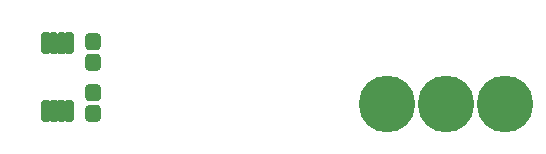
<source format=gbs>
G04 #@! TF.GenerationSoftware,KiCad,Pcbnew,(5.1.6)-1*
G04 #@! TF.CreationDate,2020-11-05T16:36:13+07:00*
G04 #@! TF.ProjectId,business card,62757369-6e65-4737-9320-636172642e6b,rev?*
G04 #@! TF.SameCoordinates,Original*
G04 #@! TF.FileFunction,Soldermask,Bot*
G04 #@! TF.FilePolarity,Negative*
%FSLAX46Y46*%
G04 Gerber Fmt 4.6, Leading zero omitted, Abs format (unit mm)*
G04 Created by KiCad (PCBNEW (5.1.6)-1) date 2020-11-05 16:36:13*
%MOMM*%
%LPD*%
G01*
G04 APERTURE LIST*
%ADD10C,1.100000*%
%ADD11C,4.800000*%
G04 APERTURE END LIST*
D10*
X143966726Y-101183274D03*
X142800000Y-100700000D03*
X141633274Y-101183274D03*
X141150000Y-102350000D03*
X141633274Y-103516726D03*
X142800000Y-104000000D03*
X143966726Y-103516726D03*
X144450000Y-102350000D03*
D11*
X142800000Y-102350000D03*
X147800000Y-102350000D03*
D10*
X149450000Y-102350000D03*
X148966726Y-103516726D03*
X147800000Y-104000000D03*
X146633274Y-103516726D03*
X146150000Y-102350000D03*
X146633274Y-101183274D03*
X147800000Y-100700000D03*
X148966726Y-101183274D03*
X153966726Y-101183274D03*
X152800000Y-100700000D03*
X151633274Y-101183274D03*
X151150000Y-102350000D03*
X151633274Y-103516726D03*
X152800000Y-104000000D03*
X153966726Y-103516726D03*
X154450000Y-102350000D03*
D11*
X152800000Y-102350000D03*
G36*
G01*
X113725000Y-101975000D02*
X114125000Y-101975000D01*
G75*
G02*
X114325000Y-102175000I0J-200000D01*
G01*
X114325000Y-103650000D01*
G75*
G02*
X114125000Y-103850000I-200000J0D01*
G01*
X113725000Y-103850000D01*
G75*
G02*
X113525000Y-103650000I0J200000D01*
G01*
X113525000Y-102175000D01*
G75*
G02*
X113725000Y-101975000I200000J0D01*
G01*
G37*
G36*
G01*
X114375000Y-101975000D02*
X114775000Y-101975000D01*
G75*
G02*
X114975000Y-102175000I0J-200000D01*
G01*
X114975000Y-103650000D01*
G75*
G02*
X114775000Y-103850000I-200000J0D01*
G01*
X114375000Y-103850000D01*
G75*
G02*
X114175000Y-103650000I0J200000D01*
G01*
X114175000Y-102175000D01*
G75*
G02*
X114375000Y-101975000I200000J0D01*
G01*
G37*
G36*
G01*
X115025000Y-101975000D02*
X115425000Y-101975000D01*
G75*
G02*
X115625000Y-102175000I0J-200000D01*
G01*
X115625000Y-103650000D01*
G75*
G02*
X115425000Y-103850000I-200000J0D01*
G01*
X115025000Y-103850000D01*
G75*
G02*
X114825000Y-103650000I0J200000D01*
G01*
X114825000Y-102175000D01*
G75*
G02*
X115025000Y-101975000I200000J0D01*
G01*
G37*
G36*
G01*
X115675000Y-101975000D02*
X116075000Y-101975000D01*
G75*
G02*
X116275000Y-102175000I0J-200000D01*
G01*
X116275000Y-103650000D01*
G75*
G02*
X116075000Y-103850000I-200000J0D01*
G01*
X115675000Y-103850000D01*
G75*
G02*
X115475000Y-103650000I0J200000D01*
G01*
X115475000Y-102175000D01*
G75*
G02*
X115675000Y-101975000I200000J0D01*
G01*
G37*
G36*
G01*
X115675000Y-96250000D02*
X116075000Y-96250000D01*
G75*
G02*
X116275000Y-96450000I0J-200000D01*
G01*
X116275000Y-97925000D01*
G75*
G02*
X116075000Y-98125000I-200000J0D01*
G01*
X115675000Y-98125000D01*
G75*
G02*
X115475000Y-97925000I0J200000D01*
G01*
X115475000Y-96450000D01*
G75*
G02*
X115675000Y-96250000I200000J0D01*
G01*
G37*
G36*
G01*
X115025000Y-96250000D02*
X115425000Y-96250000D01*
G75*
G02*
X115625000Y-96450000I0J-200000D01*
G01*
X115625000Y-97925000D01*
G75*
G02*
X115425000Y-98125000I-200000J0D01*
G01*
X115025000Y-98125000D01*
G75*
G02*
X114825000Y-97925000I0J200000D01*
G01*
X114825000Y-96450000D01*
G75*
G02*
X115025000Y-96250000I200000J0D01*
G01*
G37*
G36*
G01*
X114375000Y-96250000D02*
X114775000Y-96250000D01*
G75*
G02*
X114975000Y-96450000I0J-200000D01*
G01*
X114975000Y-97925000D01*
G75*
G02*
X114775000Y-98125000I-200000J0D01*
G01*
X114375000Y-98125000D01*
G75*
G02*
X114175000Y-97925000I0J200000D01*
G01*
X114175000Y-96450000D01*
G75*
G02*
X114375000Y-96250000I200000J0D01*
G01*
G37*
G36*
G01*
X113725000Y-96250000D02*
X114125000Y-96250000D01*
G75*
G02*
X114325000Y-96450000I0J-200000D01*
G01*
X114325000Y-97925000D01*
G75*
G02*
X114125000Y-98125000I-200000J0D01*
G01*
X113725000Y-98125000D01*
G75*
G02*
X113525000Y-97925000I0J200000D01*
G01*
X113525000Y-96450000D01*
G75*
G02*
X113725000Y-96250000I200000J0D01*
G01*
G37*
G36*
G01*
X117562500Y-102400000D02*
X118237500Y-102400000D01*
G75*
G02*
X118575000Y-102737500I0J-337500D01*
G01*
X118575000Y-103512500D01*
G75*
G02*
X118237500Y-103850000I-337500J0D01*
G01*
X117562500Y-103850000D01*
G75*
G02*
X117225000Y-103512500I0J337500D01*
G01*
X117225000Y-102737500D01*
G75*
G02*
X117562500Y-102400000I337500J0D01*
G01*
G37*
G36*
G01*
X117562500Y-100650000D02*
X118237500Y-100650000D01*
G75*
G02*
X118575000Y-100987500I0J-337500D01*
G01*
X118575000Y-101762500D01*
G75*
G02*
X118237500Y-102100000I-337500J0D01*
G01*
X117562500Y-102100000D01*
G75*
G02*
X117225000Y-101762500I0J337500D01*
G01*
X117225000Y-100987500D01*
G75*
G02*
X117562500Y-100650000I337500J0D01*
G01*
G37*
G36*
G01*
X118237500Y-97775000D02*
X117562500Y-97775000D01*
G75*
G02*
X117225000Y-97437500I0J337500D01*
G01*
X117225000Y-96662500D01*
G75*
G02*
X117562500Y-96325000I337500J0D01*
G01*
X118237500Y-96325000D01*
G75*
G02*
X118575000Y-96662500I0J-337500D01*
G01*
X118575000Y-97437500D01*
G75*
G02*
X118237500Y-97775000I-337500J0D01*
G01*
G37*
G36*
G01*
X118237500Y-99525000D02*
X117562500Y-99525000D01*
G75*
G02*
X117225000Y-99187500I0J337500D01*
G01*
X117225000Y-98412500D01*
G75*
G02*
X117562500Y-98075000I337500J0D01*
G01*
X118237500Y-98075000D01*
G75*
G02*
X118575000Y-98412500I0J-337500D01*
G01*
X118575000Y-99187500D01*
G75*
G02*
X118237500Y-99525000I-337500J0D01*
G01*
G37*
M02*

</source>
